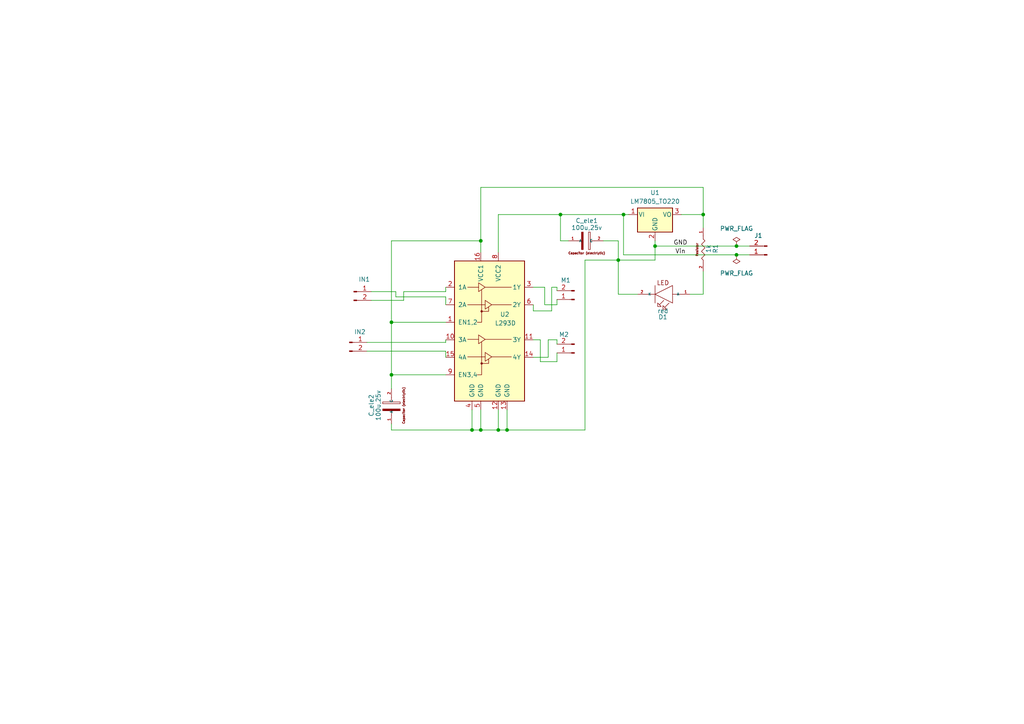
<source format=kicad_sch>
(kicad_sch (version 20231120) (generator "eeschema") (generator_version "8.0")
  (paper "A4")
  (lib_symbols
    (symbol "Capacitor_1:Capacitor_electrolytic"
      (property "Reference" "C_ele" (at 0.254 3.81 0))
      (symbol "Capacitor_electrolytic_1_1"
        (polyline (pts (xy -1.27 0) (xy -2.54 0)))
        (polyline (pts (xy 1.27 0) (xy 2.54 0)))
        (polyline (pts (xy -0.762 2.54) (xy -0.762 -2.54) (xy -1.27 -2.54) (xy -1.27 2.54) (xy -0.762 2.54)) (fill (type outline)))
        (polyline (pts (xy 0.762 2.54) (xy 0.762 -2.54) (xy 1.27 -2.54) (xy 1.27 2.54) (xy 0.762 2.54)))
        (text "Capacitor (electrlytic)" (at 0.254 -3.556 0) (effects (font (size 0.635 0.635))))
        (pin passive line (at -5.08 0 0) (length 2.54) (name "A") (number "1"))
        (pin passive line (at 5.08 0 180) (length 2.54) (name "C") (number "2"))
      )
    )
    (symbol "Connector:Conn_01x02_Pin" (pin_names (offset 1.016) hide)
      (property "Reference" "J" (at 0 2.54 0))
      (property "Value" "Conn_01x02_Pin" (at 0 -5.08 0))
      (symbol "Conn_01x02_Pin_1_1"
        (polyline (pts (xy 1.27 -2.54) (xy 0.8636 -2.54)) (stroke (width 0.1524)))
        (polyline (pts (xy 1.27 0) (xy 0.8636 0)) (stroke (width 0.1524)))
        (rectangle (start 0.8636 -2.413) (end 0 -2.667) (stroke (width 0.1524)) (fill (type outline)))
        (rectangle (start 0.8636 0.127) (end 0 -0.127) (stroke (width 0.1524)) (fill (type outline)))
        (pin passive line (at 5.08 0 180) (length 3.81) (name "Pin_1") (number "1"))
        (pin passive line (at 5.08 -2.54 180) (length 3.81) (name "Pin_2") (number "2"))
      )
    )
    (symbol "Driver_Motor:L293D" (pin_names (offset 1.016))
      (property "Reference" "U" (at -5.08 26.035 0))
      (property "Value" "L293D" (at -5.08 24.13 0))
      (symbol "L293D_0_1"
        (rectangle (start -10.16 22.86) (end 10.16 -17.78) (stroke (width 0.254)) (fill (type background)))
        (circle (center -2.286 -6.858) (radius 0.254) (fill (type outline)))
        (circle (center -2.286 8.255) (radius 0.254) (fill (type outline)))
        (polyline (pts (xy -6.35 -4.953) (xy -1.27 -4.953)))
        (polyline (pts (xy -6.35 0.127) (xy -3.175 0.127)))
        (polyline (pts (xy -6.35 10.16) (xy -1.27 10.16)))
        (polyline (pts (xy -6.35 15.24) (xy -3.175 15.24)))
        (polyline (pts (xy -1.27 0.127) (xy 6.35 0.127)))
        (polyline (pts (xy -1.27 15.24) (xy 6.35 15.24)))
        (polyline (pts (xy 0.635 -4.953) (xy 6.35 -4.953)))
        (polyline (pts (xy 0.635 10.16) (xy 6.35 10.16)))
        (polyline (pts (xy -2.286 -6.858) (xy -0.254 -6.858) (xy -0.254 -5.588)))
        (polyline (pts (xy -2.286 -0.635) (xy -2.286 -10.16) (xy -3.556 -10.16)))
        (polyline (pts (xy -2.286 8.255) (xy -0.254 8.255) (xy -0.254 9.525)))
        (polyline (pts (xy -2.286 14.478) (xy -2.286 5.08) (xy -3.556 5.08)))
        (polyline (pts (xy -3.175 1.397) (xy -3.175 -1.143) (xy -1.27 0.127) (xy -3.175 1.397)))
        (polyline (pts (xy -3.175 16.51) (xy -3.175 13.97) (xy -1.27 15.24) (xy -3.175 16.51)))
        (polyline (pts (xy -1.27 -3.683) (xy -1.27 -6.223) (xy 0.635 -4.953) (xy -1.27 -3.683)))
        (polyline (pts (xy -1.27 11.43) (xy -1.27 8.89) (xy 0.635 10.16) (xy -1.27 11.43)))
      )
      (symbol "L293D_1_1"
        (pin input line (at -12.7 5.08 0) (length 2.54) (name "EN1,2") (number "1"))
        (pin input line (at -12.7 0 0) (length 2.54) (name "3A") (number "10"))
        (pin output line (at 12.7 0 180) (length 2.54) (name "3Y") (number "11"))
        (pin power_in line (at 2.54 -20.32 90) (length 2.54) (name "GND") (number "12"))
        (pin power_in line (at 5.08 -20.32 90) (length 2.54) (name "GND") (number "13"))
        (pin output line (at 12.7 -5.08 180) (length 2.54) (name "4Y") (number "14"))
        (pin input line (at -12.7 -5.08 0) (length 2.54) (name "4A") (number "15"))
        (pin power_in line (at -2.54 25.4 270) (length 2.54) (name "VCC1") (number "16"))
        (pin input line (at -12.7 15.24 0) (length 2.54) (name "1A") (number "2"))
        (pin output line (at 12.7 15.24 180) (length 2.54) (name "1Y") (number "3"))
        (pin power_in line (at -5.08 -20.32 90) (length 2.54) (name "GND") (number "4"))
        (pin power_in line (at -2.54 -20.32 90) (length 2.54) (name "GND") (number "5"))
        (pin output line (at 12.7 10.16 180) (length 2.54) (name "2Y") (number "6"))
        (pin input line (at -12.7 10.16 0) (length 2.54) (name "2A") (number "7"))
        (pin power_in line (at 2.54 25.4 270) (length 2.54) (name "VCC2") (number "8"))
        (pin input line (at -12.7 -10.16 0) (length 2.54) (name "EN3,4") (number "9"))
      )
    )
    (symbol "Led_1:Led"
      (property "Reference" "D" (at -0.762 0 0))
      (symbol "Led_0_1"
        (polyline (pts (xy 0.254 5.842) (xy 0.254 5.842)))
        (polyline (pts (xy 2.54 2.54) (xy 2.54 -2.54)))
        (polyline (pts (xy -2.54 2.54) (xy -2.54 -2.54) (xy 2.54 0) (xy -2.54 2.54)))
      )
      (symbol "Led_1_1"
        (polyline (pts (xy -2.54 0) (xy -5.08 0)))
        (polyline (pts (xy -1.524 2.54) (xy -0.254 3.81)))
        (polyline (pts (xy 0 1.778) (xy 1.27 3.048)))
        (polyline (pts (xy 2.54 0) (xy 5.08 0)))
        (polyline (pts (xy -0.254 3.81) (xy -0.762 4.318) (xy 0.254 4.318) (xy 0.254 3.302) (xy -0.254 3.81)))
        (polyline (pts (xy 1.27 3.048) (xy 0.762 3.556) (xy 1.778 3.556) (xy 1.778 2.54) (xy 1.27 3.048)))
        (text "LED" (at 0.254 -3.302 0) (effects (font (size 1.27 1.27))))
        (pin passive line (at -7.62 0 0) (length 2.54) (name "A") (number "1"))
        (pin passive line (at 7.62 0 180) (length 2.54) (name "K") (number "2"))
      )
    )
    (symbol "Regulator_Linear:LM7805_TO220" (pin_names (offset 0.254))
      (property "Reference" "U" (at -3.81 3.175 0))
      (property "Value" "LM7805_TO220" (at 0 3.175 0))
      (symbol "LM7805_TO220_0_1"
        (rectangle (start -5.08 1.905) (end 5.08 -5.08) (stroke (width 0.254)) (fill (type background)))
      )
      (symbol "LM7805_TO220_1_1"
        (pin power_in line (at -7.62 0 0) (length 2.54) (name "VI") (number "1"))
        (pin power_in line (at 0 -7.62 90) (length 2.54) (name "GND") (number "2"))
        (pin power_out line (at 7.62 0 180) (length 2.54) (name "VO") (number "3"))
      )
    )
    (symbol "Resistor_1:Resistor"
      (property "Reference" "R" (at 0 1.524 0))
      (symbol "Resistor_1_1"
        (polyline (pts (xy -3.048 0) (xy -4.318 0)))
        (polyline (pts (xy 3.048 0) (xy 3.81 0)))
        (polyline (pts (xy -3.048 0) (xy -2.54 0.508) (xy -1.524 -0.508) (xy -0.508 0.508) (xy 0.508 -0.508) (xy 1.524 0.508) (xy 2.54 -0.508) (xy 3.048 0)))
        (text "Resistor" (at 0 -1.778 0) (effects (font (size 0.635 0.635))))
        (pin passive line (at -6.35 0 0) (length 2.54) (name "") (number "1"))
        (pin passive line (at 6.35 0 180) (length 2.54) (name "") (number "2"))
      )
    )
    (symbol "power:PWR_FLAG" (power) (pin_numbers hide) (pin_names (offset 0) hide)
      (property "Value" "PWR_FLAG" (at 0 3.81 0))
      (symbol "PWR_FLAG_0_0"
        (pin power_out line (at 0 0 90) (length 0) (name "~") (number "1"))
      )
      (symbol "PWR_FLAG_0_1"
        (polyline (pts (xy 0 0) (xy 0 1.27) (xy -1.016 1.905) (xy 0 2.54) (xy 1.016 1.905) (xy 0 1.27)))
      )
    )
  )
  (junction (at 139.446 69.85))
  (junction (at 189.992 71.374))
  (junction (at 180.848 62.23))
  (junction (at 162.56 62.23))
  (junction (at 113.538 93.472))
  (junction (at 213.614 71.374))
  (junction (at 203.962 62.23))
  (junction (at 147.066 124.714))
  (junction (at 213.614 73.914))
  (junction (at 144.526 124.714))
  (junction (at 139.446 124.714))
  (junction (at 136.906 124.714))
  (junction (at 179.324 75.438))
  (junction (at 113.538 108.712))
  (wire (pts (xy 113.538 69.85) (xy 113.538 93.472)))
  (wire (pts (xy 107.696 87.122) (xy 117.094 87.122)))
  (wire (pts (xy 179.324 69.85) (xy 179.324 75.438)))
  (wire (pts (xy 179.324 85.344) (xy 179.324 75.438)))
  (wire (pts (xy 106.426 101.854) (xy 129.286 101.854)))
  (wire (pts (xy 161.544 88.392) (xy 161.544 86.868)))
  (wire (pts (xy 157.988 88.392) (xy 157.988 83.312)))
  (wire (pts (xy 114.808 84.582) (xy 114.808 86.106)))
  (wire (pts (xy 213.614 73.914) (xy 180.848 73.914)))
  (wire (pts (xy 113.538 124.714) (xy 136.906 124.714)))
  (wire (pts (xy 203.962 78.74) (xy 203.962 85.344)))
  (wire (pts (xy 113.538 93.472) (xy 113.538 108.712)))
  (wire (pts (xy 217.424 71.374) (xy 213.614 71.374)))
  (wire (pts (xy 156.718 98.552) (xy 156.718 104.902)))
  (wire (pts (xy 203.962 62.23) (xy 203.962 54.356)))
  (wire (pts (xy 203.962 66.04) (xy 203.962 62.23)))
  (wire (pts (xy 213.614 71.374) (xy 189.992 71.374)))
  (wire (pts (xy 203.962 54.356) (xy 139.446 54.356)))
  (wire (pts (xy 197.612 62.23) (xy 203.962 62.23)))
  (wire (pts (xy 139.446 124.714) (xy 136.906 124.714)))
  (wire (pts (xy 129.286 84.582) (xy 117.094 84.582)))
  (wire (pts (xy 113.538 93.472) (xy 129.286 93.472)))
  (wire (pts (xy 129.286 99.314) (xy 129.286 98.552)))
  (wire (pts (xy 217.424 73.914) (xy 213.614 73.914)))
  (wire (pts (xy 189.992 71.374) (xy 189.992 75.438)))
  (wire (pts (xy 161.544 83.312) (xy 161.544 84.328)))
  (wire (pts (xy 139.446 118.872) (xy 139.446 124.714)))
  (wire (pts (xy 113.538 108.712) (xy 113.538 112.776)))
  (wire (pts (xy 107.696 84.582) (xy 114.808 84.582)))
  (wire (pts (xy 129.286 101.854) (xy 129.286 103.632)))
  (wire (pts (xy 175.006 69.85) (xy 179.324 69.85)))
  (wire (pts (xy 154.686 103.632) (xy 159.004 103.632)))
  (wire (pts (xy 160.02 83.312) (xy 160.02 90.17)))
  (wire (pts (xy 161.544 98.552) (xy 161.544 99.822)))
  (wire (pts (xy 180.848 62.23) (xy 182.372 62.23)))
  (wire (pts (xy 136.906 118.872) (xy 136.906 124.714)))
  (wire (pts (xy 139.446 54.356) (xy 139.446 69.85)))
  (wire (pts (xy 113.538 108.712) (xy 129.286 108.712)))
  (wire (pts (xy 117.094 84.582) (xy 117.094 87.122)))
  (wire (pts (xy 113.538 122.936) (xy 113.538 124.714)))
  (wire (pts (xy 144.526 124.714) (xy 139.446 124.714)))
  (wire (pts (xy 114.808 86.106) (xy 129.286 86.106)))
  (wire (pts (xy 144.526 118.872) (xy 144.526 124.714)))
  (wire (pts (xy 161.544 102.362) (xy 161.544 104.902)))
  (wire (pts (xy 161.544 83.312) (xy 160.02 83.312)))
  (wire (pts (xy 139.446 69.85) (xy 113.538 69.85)))
  (wire (pts (xy 162.56 69.85) (xy 164.846 69.85)))
  (wire (pts (xy 162.56 62.23) (xy 180.848 62.23)))
  (wire (pts (xy 162.56 62.23) (xy 162.56 69.85)))
  (wire (pts (xy 154.686 98.552) (xy 156.718 98.552)))
  (wire (pts (xy 147.066 124.714) (xy 144.526 124.714)))
  (wire (pts (xy 184.912 85.344) (xy 179.324 85.344)))
  (wire (pts (xy 169.672 124.714) (xy 147.066 124.714)))
  (wire (pts (xy 159.004 98.552) (xy 161.544 98.552)))
  (wire (pts (xy 159.004 103.632) (xy 159.004 98.552)))
  (wire (pts (xy 180.848 73.914) (xy 180.848 62.23)))
  (wire (pts (xy 129.286 86.106) (xy 129.286 88.392)))
  (wire (pts (xy 160.02 90.17) (xy 154.686 90.17)))
  (wire (pts (xy 144.526 62.23) (xy 162.56 62.23)))
  (wire (pts (xy 161.544 88.392) (xy 157.988 88.392)))
  (wire (pts (xy 144.526 62.23) (xy 144.526 73.152)))
  (wire (pts (xy 129.286 84.582) (xy 129.286 83.312)))
  (wire (pts (xy 147.066 118.872) (xy 147.066 124.714)))
  (wire (pts (xy 203.962 85.344) (xy 200.152 85.344)))
  (wire (pts (xy 157.988 83.312) (xy 154.686 83.312)))
  (wire (pts (xy 169.672 75.438) (xy 169.672 124.714)))
  (wire (pts (xy 154.686 90.17) (xy 154.686 88.392)))
  (wire (pts (xy 189.992 69.85) (xy 189.992 71.374)))
  (wire (pts (xy 139.446 69.85) (xy 139.446 73.152)))
  (wire (pts (xy 106.426 99.314) (xy 129.286 99.314)))
  (wire (pts (xy 189.992 75.438) (xy 179.324 75.438)))
  (wire (pts (xy 156.718 104.902) (xy 161.544 104.902)))
  (wire (pts (xy 179.324 75.438) (xy 169.672 75.438)))
  (label "Vin" (at 195.834 73.914 0))
  (label "GND" (at 195.326 71.374 0))
  (symbol (lib_id "Connector:Conn_01x02_Pin") (at 101.346 99.314 0) (unit 1)
    (property "Reference" "IN2" (at 104.394 96.266 0))
    (property "Value" "Conn_01x02_Pin" (effects (hide yes)))
    (property "Footprint" "Connector_PinHeader_2.54mm:PinHeader_1x02_P2.54mm_Vertical" (effects (hide yes)))
    (property "Description" "Generic connector, single row, 01x02, script generated" (effects (hide yes)))
  )
  (symbol (lib_id "power:PWR_FLAG") (at 213.614 71.374 0) (unit 1)
    (property "Reference" "#FLG02" (effects (hide yes)))
    (property "Value" "PWR_FLAG" (at 213.614 66.294 0))
    (property "Description" "Special symbol for telling ERC where power comes from" (effects (hide yes)))
  )
  (symbol (lib_id "Capacitor_1:Capacitor_electrolytic") (at 113.538 117.856 90) (unit 1)
    (property "Reference" "C_ele2" (at 107.696 117.602 0))
    (property "Value" "100u,25v" (at 109.728 117.602 0))
    (property "Footprint" "Capacitor_THT:CP_Radial_D5.0mm_P2.50mm" (effects (hide yes)))
  )
  (symbol (lib_id "Connector:Conn_01x02_Pin") (at 102.616 84.582 0) (unit 1)
    (property "Reference" "IN1" (at 105.664 81.026 0))
    (property "Value" "Conn_01x02_Pin" (effects (hide yes)))
    (property "Footprint" "Connector_PinHeader_2.54mm:PinHeader_1x02_P2.54mm_Vertical" (effects (hide yes)))
    (property "Description" "Generic connector, single row, 01x02, script generated" (effects (hide yes)))
  )
  (symbol (lib_id "Resistor_1:Resistor") (at 203.962 72.39 270) (unit 1)
    (property "Reference" "R1" (at 207.518 72.136 0))
    (property "Value" "1k" (at 205.486 72.136 0))
    (property "Footprint" "Resistor_THT:R_Axial_DIN0207_L6.3mm_D2.5mm_P7.62mm_Horizontal" (effects (hide yes)))
  )
  (symbol (lib_id "power:PWR_FLAG") (at 213.614 73.914 180) (unit 1)
    (property "Reference" "#FLG01" (effects (hide yes)))
    (property "Value" "PWR_FLAG" (at 213.614 79.248 0))
    (property "Description" "Special symbol for telling ERC where power comes from" (effects (hide yes)))
  )
  (symbol (lib_id "Connector:Conn_01x02_Pin") (at 222.504 73.914 180) (unit 1)
    (property "Reference" "J1" (at 219.964 68.326 0))
    (property "Value" "Conn_01x02_Pin" (effects (hide yes)))
    (property "Footprint" "Connector_PinHeader_2.54mm:PinHeader_1x02_P2.54mm_Vertical" (effects (hide yes)))
    (property "Description" "Generic connector, single row, 01x02, script generated" (effects (hide yes)))
  )
  (symbol (lib_id "Driver_Motor:L293D") (at 141.986 98.552 0) (unit 1)
    (property "Reference" "U2" (at 145.034 91.186 0) (effects (justify left)))
    (property "Value" "L293D" (at 143.51 93.726 0) (effects (justify left)))
    (property "Footprint" "Package_DIP:DIP-16_W7.62mm" (effects (hide yes)))
    (property "Datasheet" "http://www.ti.com/lit/ds/symlink/l293.pdf" (effects (hide yes)))
    (property "Description" "Quadruple Half-H Drivers" (effects (hide yes)))
  )
  (symbol (lib_id "Led_1:Led") (at 192.532 85.344 180) (unit 1)
    (property "Reference" "D1" (at 192.278 91.948 0))
    (property "Value" "red" (at 192.278 90.17 0))
    (property "Footprint" "LED_THT:LED_D3.0mm" (effects (hide yes)))
  )
  (symbol (lib_id "Capacitor_1:Capacitor_electrolytic") (at 169.926 69.85 0) (unit 1)
    (property "Reference" "C_ele1" (at 170.18 64.008 0))
    (property "Value" "100u,25v" (at 170.18 66.04 0))
    (property "Footprint" "Capacitor_THT:CP_Radial_D5.0mm_P2.50mm" (effects (hide yes)))
  )
  (symbol (lib_id "Regulator_Linear:LM7805_TO220") (at 189.992 62.23 0) (unit 1)
    (property "Reference" "U1" (at 189.992 55.88 0))
    (property "Value" "LM7805_TO220" (at 189.992 58.42 0))
    (property "Footprint" "Package_TO_SOT_THT:TO-220-3_Vertical" (effects (hide yes)))
    (property "Datasheet" "https://www.onsemi.cn/PowerSolutions/document/MC7800-D.PDF" (effects (hide yes)))
    (property "Description" "Positive 1A 35V Linear Regulator, Fixed Output 5V, TO-220" (effects (hide yes)))
  )
  (symbol (lib_id "Connector:Conn_01x02_Pin") (at 166.624 86.868 180) (unit 1)
    (property "Reference" "M1" (at 164.084 81.28 0))
    (property "Value" "Conn_01x02_Pin" (effects (hide yes)))
    (property "Footprint" "TerminalBlock:TerminalBlock_bornier-2_P5.08mm" (effects (hide yes)))
    (property "Description" "Generic connector, single row, 01x02, script generated" (effects (hide yes)))
  )
  (symbol (lib_id "Connector:Conn_01x02_Pin") (at 166.624 102.362 180) (unit 1)
    (property "Reference" "M2" (at 163.576 97.028 0))
    (property "Value" "Conn_01x02_Pin" (effects (hide yes)))
    (property "Footprint" "TerminalBlock:TerminalBlock_bornier-2_P5.08mm" (effects (hide yes)))
    (property "Description" "Generic connector, single row, 01x02, script generated" (effects (hide yes)))
  )
)
</source>
